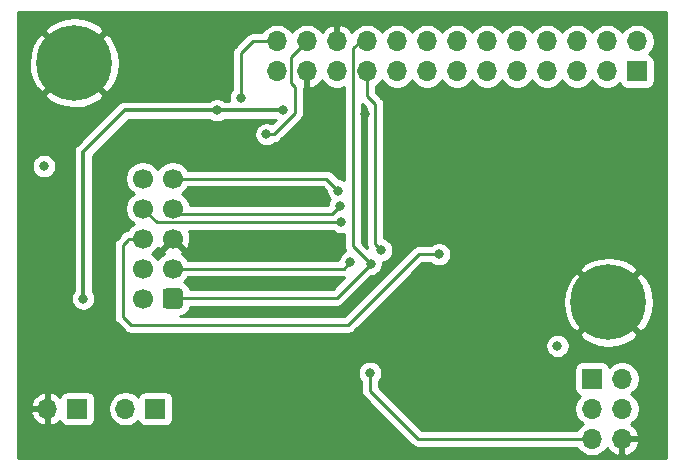
<source format=gbl>
G04 #@! TF.GenerationSoftware,KiCad,Pcbnew,(5.1.10-1-10_14)*
G04 #@! TF.CreationDate,2021-11-11T19:55:44+01:00*
G04 #@! TF.ProjectId,Demo Project 01,44656d6f-2050-4726-9f6a-656374203031,mk0*
G04 #@! TF.SameCoordinates,Original*
G04 #@! TF.FileFunction,Copper,L2,Bot*
G04 #@! TF.FilePolarity,Positive*
%FSLAX46Y46*%
G04 Gerber Fmt 4.6, Leading zero omitted, Abs format (unit mm)*
G04 Created by KiCad (PCBNEW (5.1.10-1-10_14)) date 2021-11-11 19:55:44*
%MOMM*%
%LPD*%
G01*
G04 APERTURE LIST*
G04 #@! TA.AperFunction,ComponentPad*
%ADD10O,1.700000X1.700000*%
G04 #@! TD*
G04 #@! TA.AperFunction,ComponentPad*
%ADD11R,1.700000X1.700000*%
G04 #@! TD*
G04 #@! TA.AperFunction,ComponentPad*
%ADD12C,1.700000*%
G04 #@! TD*
G04 #@! TA.AperFunction,ComponentPad*
%ADD13C,6.400000*%
G04 #@! TD*
G04 #@! TA.AperFunction,ComponentPad*
%ADD14C,0.800000*%
G04 #@! TD*
G04 #@! TA.AperFunction,ViaPad*
%ADD15C,0.800000*%
G04 #@! TD*
G04 #@! TA.AperFunction,Conductor*
%ADD16C,0.350000*%
G04 #@! TD*
G04 #@! TA.AperFunction,Conductor*
%ADD17C,0.250000*%
G04 #@! TD*
G04 #@! TA.AperFunction,Conductor*
%ADD18C,0.254000*%
G04 #@! TD*
G04 #@! TA.AperFunction,Conductor*
%ADD19C,0.100000*%
G04 #@! TD*
G04 APERTURE END LIST*
D10*
X76327000Y-141351000D03*
D11*
X78867000Y-141351000D03*
G04 #@! TA.AperFunction,ComponentPad*
G36*
G01*
X87781500Y-131416500D02*
X87781500Y-132616500D01*
G75*
G02*
X87531500Y-132866500I-250000J0D01*
G01*
X86331500Y-132866500D01*
G75*
G02*
X86081500Y-132616500I0J250000D01*
G01*
X86081500Y-131416500D01*
G75*
G02*
X86331500Y-131166500I250000J0D01*
G01*
X87531500Y-131166500D01*
G75*
G02*
X87781500Y-131416500I0J-250000D01*
G01*
G37*
G04 #@! TD.AperFunction*
D12*
X86931500Y-129476500D03*
X86931500Y-126936500D03*
X86931500Y-124396500D03*
X86931500Y-121856500D03*
X84391500Y-132016500D03*
X84391500Y-129476500D03*
X84391500Y-126936500D03*
X84391500Y-124396500D03*
X84391500Y-121856500D03*
D11*
X122428000Y-138811000D03*
D10*
X124968000Y-138811000D03*
X122428000Y-141351000D03*
X124968000Y-141351000D03*
X122428000Y-143891000D03*
X124968000Y-143891000D03*
X82931000Y-141351000D03*
D11*
X85471000Y-141351000D03*
X126238000Y-112776000D03*
D10*
X126238000Y-110236000D03*
X123698000Y-112776000D03*
X123698000Y-110236000D03*
X121158000Y-112776000D03*
X121158000Y-110236000D03*
X118618000Y-112776000D03*
X118618000Y-110236000D03*
X116078000Y-112776000D03*
X116078000Y-110236000D03*
X113538000Y-112776000D03*
X113538000Y-110236000D03*
X110998000Y-112776000D03*
X110998000Y-110236000D03*
X108458000Y-112776000D03*
X108458000Y-110236000D03*
X105918000Y-112776000D03*
X105918000Y-110236000D03*
X103378000Y-112776000D03*
X103378000Y-110236000D03*
X100838000Y-112776000D03*
X100838000Y-110236000D03*
X98298000Y-112776000D03*
X98298000Y-110236000D03*
X95758000Y-112776000D03*
X95758000Y-110236000D03*
D13*
X78587600Y-112064800D03*
D14*
X80987600Y-112064800D03*
X80284656Y-113761856D03*
X78587600Y-114464800D03*
X76890544Y-113761856D03*
X76187600Y-112064800D03*
X76890544Y-110367744D03*
X78587600Y-109664800D03*
X80284656Y-110367744D03*
X125522056Y-130636944D03*
X123825000Y-129934000D03*
X122127944Y-130636944D03*
X121425000Y-132334000D03*
X122127944Y-134031056D03*
X123825000Y-134734000D03*
X125522056Y-134031056D03*
X126225000Y-132334000D03*
D13*
X123825000Y-132334000D03*
D15*
X119507000Y-136017000D03*
X76022200Y-120802400D03*
X92583000Y-108839000D03*
X109829600Y-131521200D03*
X92760800Y-133146800D03*
X106553000Y-134620000D03*
X116179600Y-122072400D03*
X127101600Y-129133600D03*
X114096800Y-115366800D03*
X105816400Y-120853200D03*
X85471000Y-108839000D03*
X74930000Y-108864400D03*
X75641200Y-128930400D03*
X77343000Y-135737600D03*
X84429600Y-138049000D03*
X74295000Y-144780000D03*
X99466400Y-142697200D03*
X105765600Y-139801600D03*
X99568000Y-144907000D03*
X110947200Y-140208000D03*
X113487200Y-145034000D03*
X119329200Y-132130800D03*
X97180400Y-127254000D03*
X91389200Y-128117600D03*
X89281000Y-126619000D03*
X91313000Y-130937000D03*
X82600800Y-125628400D03*
X80391000Y-138480800D03*
X81026000Y-120904000D03*
X84074000Y-110617000D03*
X116586000Y-127254000D03*
X117398800Y-117754400D03*
X112014000Y-127711200D03*
X100685600Y-117094000D03*
X99314000Y-130810000D03*
X91821000Y-119126000D03*
X103174800Y-116433600D03*
X113842800Y-123088400D03*
X90297000Y-133096000D03*
X89712800Y-137795000D03*
X100838000Y-128129001D03*
X98425000Y-123317000D03*
X88773000Y-123063000D03*
X91313000Y-123571000D03*
X86741000Y-144399000D03*
X95631000Y-137922000D03*
X112014000Y-134112000D03*
X84328000Y-135382000D03*
X89662000Y-135382000D03*
X100863400Y-135382000D03*
X118872000Y-140208000D03*
X127762000Y-136906000D03*
X127635000Y-142748000D03*
X79349600Y-132029200D03*
X96300194Y-116078000D03*
X90678000Y-116078000D03*
X103632000Y-138303000D03*
X104584500Y-127914400D03*
X101981000Y-128905000D03*
X103682800Y-129082800D03*
X94869000Y-118110000D03*
X92710000Y-115062000D03*
X109474000Y-128270000D03*
X101092000Y-124206000D03*
X100965000Y-122887002D03*
X101193600Y-125526800D03*
D16*
X79349600Y-119583200D02*
X79349600Y-132029200D01*
X82854800Y-116078000D02*
X79349600Y-119583200D01*
X90678000Y-116078000D02*
X82854800Y-116078000D01*
X96300194Y-116078000D02*
X90678000Y-116078000D01*
D17*
X103632000Y-139827000D02*
X107696000Y-143891000D01*
X103632000Y-138303000D02*
X103632000Y-139827000D01*
X120904000Y-143891000D02*
X122428000Y-143891000D01*
X107696000Y-143891000D02*
X120904000Y-143891000D01*
X104584500Y-127914400D02*
X104089200Y-127419100D01*
X104089200Y-116941600D02*
X104089200Y-115570000D01*
X104089200Y-127419100D02*
X104089200Y-116941600D01*
X103378000Y-114858800D02*
X103378000Y-112776000D01*
X104089200Y-115570000D02*
X103378000Y-114858800D01*
X86931500Y-129476500D02*
X100901500Y-129476500D01*
X101409500Y-129476500D02*
X101981000Y-128905000D01*
X100901500Y-129476500D02*
X101409500Y-129476500D01*
X103378000Y-128778000D02*
X103682800Y-129082800D01*
X103191599Y-109849491D02*
X103378000Y-109849491D01*
X102202999Y-110838091D02*
X103191599Y-109849491D01*
X102202999Y-127602999D02*
X102202999Y-110838091D01*
X103682800Y-129082800D02*
X102202999Y-127602999D01*
X103682800Y-129082800D02*
X100812600Y-131953000D01*
X86995000Y-131953000D02*
X86931500Y-132016500D01*
X100812600Y-131953000D02*
X86995000Y-131953000D01*
X96932001Y-111601999D02*
X98298000Y-110236000D01*
X95489196Y-118110000D02*
X97282000Y-116317196D01*
X94869000Y-118110000D02*
X95489196Y-118110000D01*
X97282000Y-114110998D02*
X96932001Y-113760999D01*
X97282000Y-116317196D02*
X97282000Y-114110998D01*
X96932001Y-113760999D02*
X96932001Y-111601999D01*
X92710000Y-115062000D02*
X92710000Y-111252000D01*
X93726000Y-110236000D02*
X95758000Y-110236000D01*
X92710000Y-111252000D02*
X93726000Y-110236000D01*
X109474000Y-128270000D02*
X107746800Y-128270000D01*
X107746800Y-128270000D02*
X101752400Y-134264400D01*
X101752400Y-134264400D02*
X83413600Y-134264400D01*
X83413600Y-134264400D02*
X82702400Y-133553200D01*
X82702400Y-133553200D02*
X82702400Y-127508000D01*
X82702400Y-127508000D02*
X83159600Y-127050800D01*
X83189419Y-126936500D02*
X84391500Y-126936500D01*
X83159600Y-126966319D02*
X83189419Y-126936500D01*
X83159600Y-127050800D02*
X83159600Y-126966319D01*
X86931500Y-124396500D02*
X87058500Y-124396500D01*
X87058500Y-124396500D02*
X87503000Y-124841000D01*
X100457000Y-124841000D02*
X101092000Y-124206000D01*
X87503000Y-124841000D02*
X100457000Y-124841000D01*
X86931500Y-121856500D02*
X99934498Y-121856500D01*
X99934498Y-121856500D02*
X100965000Y-122887002D01*
X101148899Y-125571501D02*
X101193600Y-125526800D01*
X85566501Y-125571501D02*
X101148899Y-125571501D01*
X84391500Y-124396500D02*
X85566501Y-125571501D01*
D18*
X128689501Y-145542400D02*
X73812000Y-145542400D01*
X73812000Y-141707891D01*
X74885519Y-141707891D01*
X74982843Y-141982252D01*
X75131822Y-142232355D01*
X75326731Y-142448588D01*
X75560080Y-142622641D01*
X75822901Y-142747825D01*
X75970110Y-142792476D01*
X76200000Y-142671155D01*
X76200000Y-141478000D01*
X75006186Y-141478000D01*
X74885519Y-141707891D01*
X73812000Y-141707891D01*
X73812000Y-140994109D01*
X74885519Y-140994109D01*
X75006186Y-141224000D01*
X76200000Y-141224000D01*
X76200000Y-140030845D01*
X76454000Y-140030845D01*
X76454000Y-141224000D01*
X76474000Y-141224000D01*
X76474000Y-141478000D01*
X76454000Y-141478000D01*
X76454000Y-142671155D01*
X76683890Y-142792476D01*
X76831099Y-142747825D01*
X77093920Y-142622641D01*
X77327269Y-142448588D01*
X77403034Y-142364534D01*
X77427498Y-142445180D01*
X77486463Y-142555494D01*
X77565815Y-142652185D01*
X77662506Y-142731537D01*
X77772820Y-142790502D01*
X77892518Y-142826812D01*
X78017000Y-142839072D01*
X79717000Y-142839072D01*
X79841482Y-142826812D01*
X79961180Y-142790502D01*
X80071494Y-142731537D01*
X80168185Y-142652185D01*
X80247537Y-142555494D01*
X80306502Y-142445180D01*
X80342812Y-142325482D01*
X80355072Y-142201000D01*
X80355072Y-141204740D01*
X81446000Y-141204740D01*
X81446000Y-141497260D01*
X81503068Y-141784158D01*
X81615010Y-142054411D01*
X81777525Y-142297632D01*
X81984368Y-142504475D01*
X82227589Y-142666990D01*
X82497842Y-142778932D01*
X82784740Y-142836000D01*
X83077260Y-142836000D01*
X83364158Y-142778932D01*
X83634411Y-142666990D01*
X83877632Y-142504475D01*
X84009487Y-142372620D01*
X84031498Y-142445180D01*
X84090463Y-142555494D01*
X84169815Y-142652185D01*
X84266506Y-142731537D01*
X84376820Y-142790502D01*
X84496518Y-142826812D01*
X84621000Y-142839072D01*
X86321000Y-142839072D01*
X86445482Y-142826812D01*
X86565180Y-142790502D01*
X86675494Y-142731537D01*
X86772185Y-142652185D01*
X86851537Y-142555494D01*
X86910502Y-142445180D01*
X86946812Y-142325482D01*
X86959072Y-142201000D01*
X86959072Y-140501000D01*
X86946812Y-140376518D01*
X86910502Y-140256820D01*
X86851537Y-140146506D01*
X86772185Y-140049815D01*
X86675494Y-139970463D01*
X86565180Y-139911498D01*
X86445482Y-139875188D01*
X86321000Y-139862928D01*
X84621000Y-139862928D01*
X84496518Y-139875188D01*
X84376820Y-139911498D01*
X84266506Y-139970463D01*
X84169815Y-140049815D01*
X84090463Y-140146506D01*
X84031498Y-140256820D01*
X84009487Y-140329380D01*
X83877632Y-140197525D01*
X83634411Y-140035010D01*
X83364158Y-139923068D01*
X83077260Y-139866000D01*
X82784740Y-139866000D01*
X82497842Y-139923068D01*
X82227589Y-140035010D01*
X81984368Y-140197525D01*
X81777525Y-140404368D01*
X81615010Y-140647589D01*
X81503068Y-140917842D01*
X81446000Y-141204740D01*
X80355072Y-141204740D01*
X80355072Y-140501000D01*
X80342812Y-140376518D01*
X80306502Y-140256820D01*
X80247537Y-140146506D01*
X80168185Y-140049815D01*
X80071494Y-139970463D01*
X79961180Y-139911498D01*
X79841482Y-139875188D01*
X79717000Y-139862928D01*
X78017000Y-139862928D01*
X77892518Y-139875188D01*
X77772820Y-139911498D01*
X77662506Y-139970463D01*
X77565815Y-140049815D01*
X77486463Y-140146506D01*
X77427498Y-140256820D01*
X77403034Y-140337466D01*
X77327269Y-140253412D01*
X77093920Y-140079359D01*
X76831099Y-139954175D01*
X76683890Y-139909524D01*
X76454000Y-140030845D01*
X76200000Y-140030845D01*
X75970110Y-139909524D01*
X75822901Y-139954175D01*
X75560080Y-140079359D01*
X75326731Y-140253412D01*
X75131822Y-140469645D01*
X74982843Y-140719748D01*
X74885519Y-140994109D01*
X73812000Y-140994109D01*
X73812000Y-138201061D01*
X102597000Y-138201061D01*
X102597000Y-138404939D01*
X102636774Y-138604898D01*
X102714795Y-138793256D01*
X102828063Y-138962774D01*
X102872000Y-139006711D01*
X102872001Y-139789668D01*
X102868324Y-139827000D01*
X102882998Y-139975985D01*
X102926454Y-140119246D01*
X102997026Y-140251276D01*
X103036252Y-140299072D01*
X103092000Y-140367001D01*
X103120998Y-140390799D01*
X107132201Y-144402003D01*
X107155999Y-144431001D01*
X107184997Y-144454799D01*
X107271723Y-144525974D01*
X107399759Y-144594411D01*
X107403753Y-144596546D01*
X107547014Y-144640003D01*
X107658667Y-144651000D01*
X107658677Y-144651000D01*
X107696000Y-144654676D01*
X107733323Y-144651000D01*
X121149822Y-144651000D01*
X121274525Y-144837632D01*
X121481368Y-145044475D01*
X121724589Y-145206990D01*
X121994842Y-145318932D01*
X122281740Y-145376000D01*
X122574260Y-145376000D01*
X122861158Y-145318932D01*
X123131411Y-145206990D01*
X123374632Y-145044475D01*
X123581475Y-144837632D01*
X123699100Y-144661594D01*
X123870412Y-144891269D01*
X124086645Y-145086178D01*
X124336748Y-145235157D01*
X124611109Y-145332481D01*
X124841000Y-145211814D01*
X124841000Y-144018000D01*
X125095000Y-144018000D01*
X125095000Y-145211814D01*
X125324891Y-145332481D01*
X125599252Y-145235157D01*
X125849355Y-145086178D01*
X126065588Y-144891269D01*
X126239641Y-144657920D01*
X126364825Y-144395099D01*
X126409476Y-144247890D01*
X126288155Y-144018000D01*
X125095000Y-144018000D01*
X124841000Y-144018000D01*
X124821000Y-144018000D01*
X124821000Y-143764000D01*
X124841000Y-143764000D01*
X124841000Y-143744000D01*
X125095000Y-143744000D01*
X125095000Y-143764000D01*
X126288155Y-143764000D01*
X126409476Y-143534110D01*
X126364825Y-143386901D01*
X126239641Y-143124080D01*
X126065588Y-142890731D01*
X125849355Y-142695822D01*
X125732466Y-142626195D01*
X125914632Y-142504475D01*
X126121475Y-142297632D01*
X126283990Y-142054411D01*
X126395932Y-141784158D01*
X126453000Y-141497260D01*
X126453000Y-141204740D01*
X126395932Y-140917842D01*
X126283990Y-140647589D01*
X126121475Y-140404368D01*
X125914632Y-140197525D01*
X125740240Y-140081000D01*
X125914632Y-139964475D01*
X126121475Y-139757632D01*
X126283990Y-139514411D01*
X126395932Y-139244158D01*
X126453000Y-138957260D01*
X126453000Y-138664740D01*
X126395932Y-138377842D01*
X126283990Y-138107589D01*
X126121475Y-137864368D01*
X125914632Y-137657525D01*
X125671411Y-137495010D01*
X125401158Y-137383068D01*
X125114260Y-137326000D01*
X124821740Y-137326000D01*
X124534842Y-137383068D01*
X124264589Y-137495010D01*
X124021368Y-137657525D01*
X123889513Y-137789380D01*
X123867502Y-137716820D01*
X123808537Y-137606506D01*
X123729185Y-137509815D01*
X123632494Y-137430463D01*
X123522180Y-137371498D01*
X123402482Y-137335188D01*
X123278000Y-137322928D01*
X121578000Y-137322928D01*
X121453518Y-137335188D01*
X121333820Y-137371498D01*
X121223506Y-137430463D01*
X121126815Y-137509815D01*
X121047463Y-137606506D01*
X120988498Y-137716820D01*
X120952188Y-137836518D01*
X120939928Y-137961000D01*
X120939928Y-139661000D01*
X120952188Y-139785482D01*
X120988498Y-139905180D01*
X121047463Y-140015494D01*
X121126815Y-140112185D01*
X121223506Y-140191537D01*
X121333820Y-140250502D01*
X121406380Y-140272513D01*
X121274525Y-140404368D01*
X121112010Y-140647589D01*
X121000068Y-140917842D01*
X120943000Y-141204740D01*
X120943000Y-141497260D01*
X121000068Y-141784158D01*
X121112010Y-142054411D01*
X121274525Y-142297632D01*
X121481368Y-142504475D01*
X121655760Y-142621000D01*
X121481368Y-142737525D01*
X121274525Y-142944368D01*
X121149822Y-143131000D01*
X108010802Y-143131000D01*
X104392000Y-139512199D01*
X104392000Y-139006711D01*
X104435937Y-138962774D01*
X104549205Y-138793256D01*
X104627226Y-138604898D01*
X104667000Y-138404939D01*
X104667000Y-138201061D01*
X104627226Y-138001102D01*
X104549205Y-137812744D01*
X104435937Y-137643226D01*
X104291774Y-137499063D01*
X104122256Y-137385795D01*
X103933898Y-137307774D01*
X103733939Y-137268000D01*
X103530061Y-137268000D01*
X103330102Y-137307774D01*
X103141744Y-137385795D01*
X102972226Y-137499063D01*
X102828063Y-137643226D01*
X102714795Y-137812744D01*
X102636774Y-138001102D01*
X102597000Y-138201061D01*
X73812000Y-138201061D01*
X73812000Y-135915061D01*
X118472000Y-135915061D01*
X118472000Y-136118939D01*
X118511774Y-136318898D01*
X118589795Y-136507256D01*
X118703063Y-136676774D01*
X118847226Y-136820937D01*
X119016744Y-136934205D01*
X119205102Y-137012226D01*
X119405061Y-137052000D01*
X119608939Y-137052000D01*
X119808898Y-137012226D01*
X119997256Y-136934205D01*
X120166774Y-136820937D01*
X120310937Y-136676774D01*
X120424205Y-136507256D01*
X120502226Y-136318898D01*
X120542000Y-136118939D01*
X120542000Y-135915061D01*
X120502226Y-135715102D01*
X120424205Y-135526744D01*
X120310937Y-135357226D01*
X120166774Y-135213063D01*
X119997256Y-135099795D01*
X119840541Y-135034881D01*
X121303724Y-135034881D01*
X121663912Y-135524548D01*
X122327882Y-135884849D01*
X123049385Y-136108694D01*
X123800695Y-136187480D01*
X124552938Y-136118178D01*
X125277208Y-135903452D01*
X125945670Y-135551555D01*
X125986088Y-135524548D01*
X126346276Y-135034881D01*
X123825000Y-132513605D01*
X121303724Y-135034881D01*
X119840541Y-135034881D01*
X119808898Y-135021774D01*
X119608939Y-134982000D01*
X119405061Y-134982000D01*
X119205102Y-135021774D01*
X119016744Y-135099795D01*
X118847226Y-135213063D01*
X118703063Y-135357226D01*
X118589795Y-135526744D01*
X118511774Y-135715102D01*
X118472000Y-135915061D01*
X73812000Y-135915061D01*
X73812000Y-131927261D01*
X78314600Y-131927261D01*
X78314600Y-132131139D01*
X78354374Y-132331098D01*
X78432395Y-132519456D01*
X78545663Y-132688974D01*
X78689826Y-132833137D01*
X78859344Y-132946405D01*
X79047702Y-133024426D01*
X79247661Y-133064200D01*
X79451539Y-133064200D01*
X79651498Y-133024426D01*
X79839856Y-132946405D01*
X80009374Y-132833137D01*
X80153537Y-132688974D01*
X80266805Y-132519456D01*
X80344826Y-132331098D01*
X80384600Y-132131139D01*
X80384600Y-131927261D01*
X80344826Y-131727302D01*
X80266805Y-131538944D01*
X80159600Y-131378500D01*
X80159600Y-119918712D01*
X83190313Y-116888000D01*
X90027300Y-116888000D01*
X90187744Y-116995205D01*
X90376102Y-117073226D01*
X90576061Y-117113000D01*
X90779939Y-117113000D01*
X90979898Y-117073226D01*
X91168256Y-116995205D01*
X91328700Y-116888000D01*
X95636395Y-116888000D01*
X95339700Y-117184695D01*
X95170898Y-117114774D01*
X94970939Y-117075000D01*
X94767061Y-117075000D01*
X94567102Y-117114774D01*
X94378744Y-117192795D01*
X94209226Y-117306063D01*
X94065063Y-117450226D01*
X93951795Y-117619744D01*
X93873774Y-117808102D01*
X93834000Y-118008061D01*
X93834000Y-118211939D01*
X93873774Y-118411898D01*
X93951795Y-118600256D01*
X94065063Y-118769774D01*
X94209226Y-118913937D01*
X94378744Y-119027205D01*
X94567102Y-119105226D01*
X94767061Y-119145000D01*
X94970939Y-119145000D01*
X95170898Y-119105226D01*
X95359256Y-119027205D01*
X95528774Y-118913937D01*
X95577757Y-118864954D01*
X95638182Y-118859003D01*
X95781443Y-118815546D01*
X95913472Y-118744974D01*
X96029197Y-118650001D01*
X96053000Y-118620997D01*
X97793004Y-116880994D01*
X97822001Y-116857197D01*
X97916974Y-116741472D01*
X97987546Y-116609443D01*
X98031003Y-116466182D01*
X98042000Y-116354529D01*
X98042000Y-116354521D01*
X98045676Y-116317196D01*
X98042000Y-116279871D01*
X98042000Y-114164233D01*
X98171000Y-114096155D01*
X98171000Y-112903000D01*
X98151000Y-112903000D01*
X98151000Y-112649000D01*
X98171000Y-112649000D01*
X98171000Y-112629000D01*
X98425000Y-112629000D01*
X98425000Y-112649000D01*
X98445000Y-112649000D01*
X98445000Y-112903000D01*
X98425000Y-112903000D01*
X98425000Y-114096155D01*
X98654890Y-114217476D01*
X98802099Y-114172825D01*
X99064920Y-114047641D01*
X99298269Y-113873588D01*
X99493178Y-113657355D01*
X99562805Y-113540466D01*
X99684525Y-113722632D01*
X99891368Y-113929475D01*
X100134589Y-114091990D01*
X100404842Y-114203932D01*
X100691740Y-114261000D01*
X100984260Y-114261000D01*
X101271158Y-114203932D01*
X101443000Y-114132753D01*
X101442999Y-121964720D01*
X101266898Y-121891776D01*
X101066939Y-121852002D01*
X101004802Y-121852002D01*
X100498302Y-121345502D01*
X100474499Y-121316499D01*
X100358774Y-121221526D01*
X100226745Y-121150954D01*
X100083484Y-121107497D01*
X99971831Y-121096500D01*
X99971820Y-121096500D01*
X99934498Y-121092824D01*
X99897176Y-121096500D01*
X88209678Y-121096500D01*
X88084975Y-120909868D01*
X87878132Y-120703025D01*
X87634911Y-120540510D01*
X87364658Y-120428568D01*
X87077760Y-120371500D01*
X86785240Y-120371500D01*
X86498342Y-120428568D01*
X86228089Y-120540510D01*
X85984868Y-120703025D01*
X85778025Y-120909868D01*
X85661500Y-121084260D01*
X85544975Y-120909868D01*
X85338132Y-120703025D01*
X85094911Y-120540510D01*
X84824658Y-120428568D01*
X84537760Y-120371500D01*
X84245240Y-120371500D01*
X83958342Y-120428568D01*
X83688089Y-120540510D01*
X83444868Y-120703025D01*
X83238025Y-120909868D01*
X83075510Y-121153089D01*
X82963568Y-121423342D01*
X82906500Y-121710240D01*
X82906500Y-122002760D01*
X82963568Y-122289658D01*
X83075510Y-122559911D01*
X83238025Y-122803132D01*
X83444868Y-123009975D01*
X83619260Y-123126500D01*
X83444868Y-123243025D01*
X83238025Y-123449868D01*
X83075510Y-123693089D01*
X82963568Y-123963342D01*
X82906500Y-124250240D01*
X82906500Y-124542760D01*
X82963568Y-124829658D01*
X83075510Y-125099911D01*
X83238025Y-125343132D01*
X83444868Y-125549975D01*
X83619260Y-125666500D01*
X83444868Y-125783025D01*
X83238025Y-125989868D01*
X83110591Y-126180587D01*
X83040433Y-126187497D01*
X82897172Y-126230954D01*
X82765143Y-126301526D01*
X82649418Y-126396499D01*
X82635977Y-126412877D01*
X82619599Y-126426318D01*
X82524626Y-126542043D01*
X82454054Y-126674072D01*
X82450800Y-126684798D01*
X82191398Y-126944201D01*
X82162400Y-126967999D01*
X82138602Y-126996997D01*
X82138601Y-126996998D01*
X82067426Y-127083724D01*
X81996854Y-127215754D01*
X81978951Y-127274774D01*
X81953398Y-127359014D01*
X81942401Y-127470667D01*
X81938724Y-127508000D01*
X81942401Y-127545332D01*
X81942400Y-133515877D01*
X81938724Y-133553200D01*
X81942400Y-133590522D01*
X81942400Y-133590532D01*
X81953397Y-133702185D01*
X81990429Y-133824264D01*
X81996854Y-133845446D01*
X82067426Y-133977476D01*
X82107271Y-134026026D01*
X82162399Y-134093201D01*
X82191402Y-134117003D01*
X82849801Y-134775402D01*
X82873599Y-134804401D01*
X82989324Y-134899374D01*
X83121353Y-134969946D01*
X83264614Y-135013403D01*
X83376267Y-135024400D01*
X83376275Y-135024400D01*
X83413600Y-135028076D01*
X83450925Y-135024400D01*
X101715078Y-135024400D01*
X101752400Y-135028076D01*
X101789722Y-135024400D01*
X101789733Y-135024400D01*
X101901386Y-135013403D01*
X102044647Y-134969946D01*
X102176676Y-134899374D01*
X102292401Y-134804401D01*
X102316204Y-134775397D01*
X104781906Y-132309695D01*
X119971520Y-132309695D01*
X120040822Y-133061938D01*
X120255548Y-133786208D01*
X120607445Y-134454670D01*
X120634452Y-134495088D01*
X121124119Y-134855276D01*
X123645395Y-132334000D01*
X124004605Y-132334000D01*
X126525881Y-134855276D01*
X127015548Y-134495088D01*
X127375849Y-133831118D01*
X127599694Y-133109615D01*
X127678480Y-132358305D01*
X127609178Y-131606062D01*
X127394452Y-130881792D01*
X127042555Y-130213330D01*
X127015548Y-130172912D01*
X126525881Y-129812724D01*
X124004605Y-132334000D01*
X123645395Y-132334000D01*
X121124119Y-129812724D01*
X120634452Y-130172912D01*
X120274151Y-130836882D01*
X120050306Y-131558385D01*
X119971520Y-132309695D01*
X104781906Y-132309695D01*
X107458482Y-129633119D01*
X121303724Y-129633119D01*
X123825000Y-132154395D01*
X126346276Y-129633119D01*
X125986088Y-129143452D01*
X125322118Y-128783151D01*
X124600615Y-128559306D01*
X123849305Y-128480520D01*
X123097062Y-128549822D01*
X122372792Y-128764548D01*
X121704330Y-129116445D01*
X121663912Y-129143452D01*
X121303724Y-129633119D01*
X107458482Y-129633119D01*
X108061602Y-129030000D01*
X108770289Y-129030000D01*
X108814226Y-129073937D01*
X108983744Y-129187205D01*
X109172102Y-129265226D01*
X109372061Y-129305000D01*
X109575939Y-129305000D01*
X109775898Y-129265226D01*
X109964256Y-129187205D01*
X110133774Y-129073937D01*
X110277937Y-128929774D01*
X110391205Y-128760256D01*
X110469226Y-128571898D01*
X110509000Y-128371939D01*
X110509000Y-128168061D01*
X110469226Y-127968102D01*
X110391205Y-127779744D01*
X110277937Y-127610226D01*
X110133774Y-127466063D01*
X109964256Y-127352795D01*
X109775898Y-127274774D01*
X109575939Y-127235000D01*
X109372061Y-127235000D01*
X109172102Y-127274774D01*
X108983744Y-127352795D01*
X108814226Y-127466063D01*
X108770289Y-127510000D01*
X107784125Y-127510000D01*
X107746800Y-127506324D01*
X107709475Y-127510000D01*
X107709467Y-127510000D01*
X107597814Y-127520997D01*
X107454553Y-127564454D01*
X107322524Y-127635026D01*
X107206799Y-127729999D01*
X107183001Y-127758997D01*
X101437599Y-133504400D01*
X87533246Y-133504400D01*
X87704754Y-133487508D01*
X87871350Y-133436972D01*
X88024886Y-133354905D01*
X88159462Y-133244462D01*
X88269905Y-133109886D01*
X88351972Y-132956350D01*
X88402508Y-132789754D01*
X88410068Y-132713000D01*
X100775278Y-132713000D01*
X100812600Y-132716676D01*
X100849922Y-132713000D01*
X100849933Y-132713000D01*
X100961586Y-132702003D01*
X101104847Y-132658546D01*
X101236876Y-132587974D01*
X101352601Y-132493001D01*
X101376404Y-132463997D01*
X103722602Y-130117800D01*
X103784739Y-130117800D01*
X103984698Y-130078026D01*
X104173056Y-130000005D01*
X104342574Y-129886737D01*
X104486737Y-129742574D01*
X104600005Y-129573056D01*
X104678026Y-129384698D01*
X104717800Y-129184739D01*
X104717800Y-128980861D01*
X104710587Y-128944597D01*
X104886398Y-128909626D01*
X105074756Y-128831605D01*
X105244274Y-128718337D01*
X105388437Y-128574174D01*
X105501705Y-128404656D01*
X105579726Y-128216298D01*
X105619500Y-128016339D01*
X105619500Y-127812461D01*
X105579726Y-127612502D01*
X105501705Y-127424144D01*
X105388437Y-127254626D01*
X105244274Y-127110463D01*
X105074756Y-126997195D01*
X104886398Y-126919174D01*
X104849200Y-126911775D01*
X104849200Y-115607325D01*
X104852876Y-115570000D01*
X104849200Y-115532675D01*
X104849200Y-115532667D01*
X104838203Y-115421014D01*
X104794746Y-115277753D01*
X104724174Y-115145724D01*
X104629201Y-115029999D01*
X104600202Y-115006201D01*
X104138000Y-114543999D01*
X104138000Y-114054178D01*
X104324632Y-113929475D01*
X104531475Y-113722632D01*
X104648000Y-113548240D01*
X104764525Y-113722632D01*
X104971368Y-113929475D01*
X105214589Y-114091990D01*
X105484842Y-114203932D01*
X105771740Y-114261000D01*
X106064260Y-114261000D01*
X106351158Y-114203932D01*
X106621411Y-114091990D01*
X106864632Y-113929475D01*
X107071475Y-113722632D01*
X107188000Y-113548240D01*
X107304525Y-113722632D01*
X107511368Y-113929475D01*
X107754589Y-114091990D01*
X108024842Y-114203932D01*
X108311740Y-114261000D01*
X108604260Y-114261000D01*
X108891158Y-114203932D01*
X109161411Y-114091990D01*
X109404632Y-113929475D01*
X109611475Y-113722632D01*
X109728000Y-113548240D01*
X109844525Y-113722632D01*
X110051368Y-113929475D01*
X110294589Y-114091990D01*
X110564842Y-114203932D01*
X110851740Y-114261000D01*
X111144260Y-114261000D01*
X111431158Y-114203932D01*
X111701411Y-114091990D01*
X111944632Y-113929475D01*
X112151475Y-113722632D01*
X112268000Y-113548240D01*
X112384525Y-113722632D01*
X112591368Y-113929475D01*
X112834589Y-114091990D01*
X113104842Y-114203932D01*
X113391740Y-114261000D01*
X113684260Y-114261000D01*
X113971158Y-114203932D01*
X114241411Y-114091990D01*
X114484632Y-113929475D01*
X114691475Y-113722632D01*
X114808000Y-113548240D01*
X114924525Y-113722632D01*
X115131368Y-113929475D01*
X115374589Y-114091990D01*
X115644842Y-114203932D01*
X115931740Y-114261000D01*
X116224260Y-114261000D01*
X116511158Y-114203932D01*
X116781411Y-114091990D01*
X117024632Y-113929475D01*
X117231475Y-113722632D01*
X117348000Y-113548240D01*
X117464525Y-113722632D01*
X117671368Y-113929475D01*
X117914589Y-114091990D01*
X118184842Y-114203932D01*
X118471740Y-114261000D01*
X118764260Y-114261000D01*
X119051158Y-114203932D01*
X119321411Y-114091990D01*
X119564632Y-113929475D01*
X119771475Y-113722632D01*
X119888000Y-113548240D01*
X120004525Y-113722632D01*
X120211368Y-113929475D01*
X120454589Y-114091990D01*
X120724842Y-114203932D01*
X121011740Y-114261000D01*
X121304260Y-114261000D01*
X121591158Y-114203932D01*
X121861411Y-114091990D01*
X122104632Y-113929475D01*
X122311475Y-113722632D01*
X122428000Y-113548240D01*
X122544525Y-113722632D01*
X122751368Y-113929475D01*
X122994589Y-114091990D01*
X123264842Y-114203932D01*
X123551740Y-114261000D01*
X123844260Y-114261000D01*
X124131158Y-114203932D01*
X124401411Y-114091990D01*
X124644632Y-113929475D01*
X124776487Y-113797620D01*
X124798498Y-113870180D01*
X124857463Y-113980494D01*
X124936815Y-114077185D01*
X125033506Y-114156537D01*
X125143820Y-114215502D01*
X125263518Y-114251812D01*
X125388000Y-114264072D01*
X127088000Y-114264072D01*
X127212482Y-114251812D01*
X127332180Y-114215502D01*
X127442494Y-114156537D01*
X127539185Y-114077185D01*
X127618537Y-113980494D01*
X127677502Y-113870180D01*
X127713812Y-113750482D01*
X127726072Y-113626000D01*
X127726072Y-111926000D01*
X127713812Y-111801518D01*
X127677502Y-111681820D01*
X127618537Y-111571506D01*
X127539185Y-111474815D01*
X127442494Y-111395463D01*
X127332180Y-111336498D01*
X127259620Y-111314487D01*
X127391475Y-111182632D01*
X127553990Y-110939411D01*
X127665932Y-110669158D01*
X127723000Y-110382260D01*
X127723000Y-110089740D01*
X127665932Y-109802842D01*
X127553990Y-109532589D01*
X127391475Y-109289368D01*
X127184632Y-109082525D01*
X126941411Y-108920010D01*
X126671158Y-108808068D01*
X126384260Y-108751000D01*
X126091740Y-108751000D01*
X125804842Y-108808068D01*
X125534589Y-108920010D01*
X125291368Y-109082525D01*
X125084525Y-109289368D01*
X124968000Y-109463760D01*
X124851475Y-109289368D01*
X124644632Y-109082525D01*
X124401411Y-108920010D01*
X124131158Y-108808068D01*
X123844260Y-108751000D01*
X123551740Y-108751000D01*
X123264842Y-108808068D01*
X122994589Y-108920010D01*
X122751368Y-109082525D01*
X122544525Y-109289368D01*
X122428000Y-109463760D01*
X122311475Y-109289368D01*
X122104632Y-109082525D01*
X121861411Y-108920010D01*
X121591158Y-108808068D01*
X121304260Y-108751000D01*
X121011740Y-108751000D01*
X120724842Y-108808068D01*
X120454589Y-108920010D01*
X120211368Y-109082525D01*
X120004525Y-109289368D01*
X119888000Y-109463760D01*
X119771475Y-109289368D01*
X119564632Y-109082525D01*
X119321411Y-108920010D01*
X119051158Y-108808068D01*
X118764260Y-108751000D01*
X118471740Y-108751000D01*
X118184842Y-108808068D01*
X117914589Y-108920010D01*
X117671368Y-109082525D01*
X117464525Y-109289368D01*
X117348000Y-109463760D01*
X117231475Y-109289368D01*
X117024632Y-109082525D01*
X116781411Y-108920010D01*
X116511158Y-108808068D01*
X116224260Y-108751000D01*
X115931740Y-108751000D01*
X115644842Y-108808068D01*
X115374589Y-108920010D01*
X115131368Y-109082525D01*
X114924525Y-109289368D01*
X114808000Y-109463760D01*
X114691475Y-109289368D01*
X114484632Y-109082525D01*
X114241411Y-108920010D01*
X113971158Y-108808068D01*
X113684260Y-108751000D01*
X113391740Y-108751000D01*
X113104842Y-108808068D01*
X112834589Y-108920010D01*
X112591368Y-109082525D01*
X112384525Y-109289368D01*
X112268000Y-109463760D01*
X112151475Y-109289368D01*
X111944632Y-109082525D01*
X111701411Y-108920010D01*
X111431158Y-108808068D01*
X111144260Y-108751000D01*
X110851740Y-108751000D01*
X110564842Y-108808068D01*
X110294589Y-108920010D01*
X110051368Y-109082525D01*
X109844525Y-109289368D01*
X109728000Y-109463760D01*
X109611475Y-109289368D01*
X109404632Y-109082525D01*
X109161411Y-108920010D01*
X108891158Y-108808068D01*
X108604260Y-108751000D01*
X108311740Y-108751000D01*
X108024842Y-108808068D01*
X107754589Y-108920010D01*
X107511368Y-109082525D01*
X107304525Y-109289368D01*
X107188000Y-109463760D01*
X107071475Y-109289368D01*
X106864632Y-109082525D01*
X106621411Y-108920010D01*
X106351158Y-108808068D01*
X106064260Y-108751000D01*
X105771740Y-108751000D01*
X105484842Y-108808068D01*
X105214589Y-108920010D01*
X104971368Y-109082525D01*
X104764525Y-109289368D01*
X104648000Y-109463760D01*
X104531475Y-109289368D01*
X104324632Y-109082525D01*
X104081411Y-108920010D01*
X103811158Y-108808068D01*
X103524260Y-108751000D01*
X103231740Y-108751000D01*
X102944842Y-108808068D01*
X102674589Y-108920010D01*
X102431368Y-109082525D01*
X102224525Y-109289368D01*
X102102805Y-109471534D01*
X102033178Y-109354645D01*
X101838269Y-109138412D01*
X101604920Y-108964359D01*
X101342099Y-108839175D01*
X101194890Y-108794524D01*
X100965000Y-108915845D01*
X100965000Y-110109000D01*
X100985000Y-110109000D01*
X100985000Y-110363000D01*
X100965000Y-110363000D01*
X100965000Y-110383000D01*
X100711000Y-110383000D01*
X100711000Y-110363000D01*
X100691000Y-110363000D01*
X100691000Y-110109000D01*
X100711000Y-110109000D01*
X100711000Y-108915845D01*
X100481110Y-108794524D01*
X100333901Y-108839175D01*
X100071080Y-108964359D01*
X99837731Y-109138412D01*
X99642822Y-109354645D01*
X99573195Y-109471534D01*
X99451475Y-109289368D01*
X99244632Y-109082525D01*
X99001411Y-108920010D01*
X98731158Y-108808068D01*
X98444260Y-108751000D01*
X98151740Y-108751000D01*
X97864842Y-108808068D01*
X97594589Y-108920010D01*
X97351368Y-109082525D01*
X97144525Y-109289368D01*
X97028000Y-109463760D01*
X96911475Y-109289368D01*
X96704632Y-109082525D01*
X96461411Y-108920010D01*
X96191158Y-108808068D01*
X95904260Y-108751000D01*
X95611740Y-108751000D01*
X95324842Y-108808068D01*
X95054589Y-108920010D01*
X94811368Y-109082525D01*
X94604525Y-109289368D01*
X94479822Y-109476000D01*
X93763322Y-109476000D01*
X93726000Y-109472324D01*
X93688677Y-109476000D01*
X93688667Y-109476000D01*
X93577014Y-109486997D01*
X93433753Y-109530454D01*
X93301723Y-109601026D01*
X93228276Y-109661303D01*
X93185999Y-109695999D01*
X93162201Y-109724997D01*
X92198998Y-110688201D01*
X92170000Y-110711999D01*
X92146202Y-110740997D01*
X92146201Y-110740998D01*
X92075026Y-110827724D01*
X92004454Y-110959754D01*
X91974180Y-111059558D01*
X91960998Y-111103014D01*
X91953640Y-111177723D01*
X91946324Y-111252000D01*
X91950001Y-111289332D01*
X91950000Y-114358289D01*
X91906063Y-114402226D01*
X91792795Y-114571744D01*
X91714774Y-114760102D01*
X91675000Y-114960061D01*
X91675000Y-115163939D01*
X91695699Y-115268000D01*
X91328700Y-115268000D01*
X91168256Y-115160795D01*
X90979898Y-115082774D01*
X90779939Y-115043000D01*
X90576061Y-115043000D01*
X90376102Y-115082774D01*
X90187744Y-115160795D01*
X90027300Y-115268000D01*
X82894587Y-115268000D01*
X82854799Y-115264081D01*
X82815011Y-115268000D01*
X82815009Y-115268000D01*
X82696012Y-115279720D01*
X82543327Y-115326037D01*
X82490550Y-115354247D01*
X82402610Y-115401251D01*
X82347010Y-115446881D01*
X82279272Y-115502472D01*
X82253905Y-115533382D01*
X78804988Y-118982300D01*
X78774072Y-119007672D01*
X78704303Y-119092687D01*
X78672851Y-119131011D01*
X78665374Y-119145000D01*
X78597637Y-119271728D01*
X78551320Y-119424413D01*
X78539600Y-119543409D01*
X78535681Y-119583200D01*
X78539600Y-119622988D01*
X78539601Y-131378499D01*
X78432395Y-131538944D01*
X78354374Y-131727302D01*
X78314600Y-131927261D01*
X73812000Y-131927261D01*
X73812000Y-120700461D01*
X74987200Y-120700461D01*
X74987200Y-120904339D01*
X75026974Y-121104298D01*
X75104995Y-121292656D01*
X75218263Y-121462174D01*
X75362426Y-121606337D01*
X75531944Y-121719605D01*
X75720302Y-121797626D01*
X75920261Y-121837400D01*
X76124139Y-121837400D01*
X76324098Y-121797626D01*
X76512456Y-121719605D01*
X76681974Y-121606337D01*
X76826137Y-121462174D01*
X76939405Y-121292656D01*
X77017426Y-121104298D01*
X77057200Y-120904339D01*
X77057200Y-120700461D01*
X77017426Y-120500502D01*
X76939405Y-120312144D01*
X76826137Y-120142626D01*
X76681974Y-119998463D01*
X76512456Y-119885195D01*
X76324098Y-119807174D01*
X76124139Y-119767400D01*
X75920261Y-119767400D01*
X75720302Y-119807174D01*
X75531944Y-119885195D01*
X75362426Y-119998463D01*
X75218263Y-120142626D01*
X75104995Y-120312144D01*
X75026974Y-120500502D01*
X74987200Y-120700461D01*
X73812000Y-120700461D01*
X73812000Y-114765681D01*
X76066324Y-114765681D01*
X76426512Y-115255348D01*
X77090482Y-115615649D01*
X77811985Y-115839494D01*
X78563295Y-115918280D01*
X79315538Y-115848978D01*
X80039808Y-115634252D01*
X80708270Y-115282355D01*
X80748688Y-115255348D01*
X81108876Y-114765681D01*
X78587600Y-112244405D01*
X76066324Y-114765681D01*
X73812000Y-114765681D01*
X73812000Y-112040495D01*
X74734120Y-112040495D01*
X74803422Y-112792738D01*
X75018148Y-113517008D01*
X75370045Y-114185470D01*
X75397052Y-114225888D01*
X75886719Y-114586076D01*
X78407995Y-112064800D01*
X78767205Y-112064800D01*
X81288481Y-114586076D01*
X81778148Y-114225888D01*
X82138449Y-113561918D01*
X82362294Y-112840415D01*
X82441080Y-112089105D01*
X82371778Y-111336862D01*
X82157052Y-110612592D01*
X81805155Y-109944130D01*
X81778148Y-109903712D01*
X81288481Y-109543524D01*
X78767205Y-112064800D01*
X78407995Y-112064800D01*
X75886719Y-109543524D01*
X75397052Y-109903712D01*
X75036751Y-110567682D01*
X74812906Y-111289185D01*
X74734120Y-112040495D01*
X73812000Y-112040495D01*
X73812000Y-109363919D01*
X76066324Y-109363919D01*
X78587600Y-111885195D01*
X81108876Y-109363919D01*
X80748688Y-108874252D01*
X80084718Y-108513951D01*
X79363215Y-108290106D01*
X78611905Y-108211320D01*
X77859662Y-108280622D01*
X77135392Y-108495348D01*
X76466930Y-108847245D01*
X76426512Y-108874252D01*
X76066324Y-109363919D01*
X73812000Y-109363919D01*
X73812000Y-107784500D01*
X128689500Y-107784500D01*
X128689501Y-145542400D01*
G04 #@! TA.AperFunction,Conductor*
D19*
G36*
X128689501Y-145542400D02*
G01*
X73812000Y-145542400D01*
X73812000Y-141707891D01*
X74885519Y-141707891D01*
X74982843Y-141982252D01*
X75131822Y-142232355D01*
X75326731Y-142448588D01*
X75560080Y-142622641D01*
X75822901Y-142747825D01*
X75970110Y-142792476D01*
X76200000Y-142671155D01*
X76200000Y-141478000D01*
X75006186Y-141478000D01*
X74885519Y-141707891D01*
X73812000Y-141707891D01*
X73812000Y-140994109D01*
X74885519Y-140994109D01*
X75006186Y-141224000D01*
X76200000Y-141224000D01*
X76200000Y-140030845D01*
X76454000Y-140030845D01*
X76454000Y-141224000D01*
X76474000Y-141224000D01*
X76474000Y-141478000D01*
X76454000Y-141478000D01*
X76454000Y-142671155D01*
X76683890Y-142792476D01*
X76831099Y-142747825D01*
X77093920Y-142622641D01*
X77327269Y-142448588D01*
X77403034Y-142364534D01*
X77427498Y-142445180D01*
X77486463Y-142555494D01*
X77565815Y-142652185D01*
X77662506Y-142731537D01*
X77772820Y-142790502D01*
X77892518Y-142826812D01*
X78017000Y-142839072D01*
X79717000Y-142839072D01*
X79841482Y-142826812D01*
X79961180Y-142790502D01*
X80071494Y-142731537D01*
X80168185Y-142652185D01*
X80247537Y-142555494D01*
X80306502Y-142445180D01*
X80342812Y-142325482D01*
X80355072Y-142201000D01*
X80355072Y-141204740D01*
X81446000Y-141204740D01*
X81446000Y-141497260D01*
X81503068Y-141784158D01*
X81615010Y-142054411D01*
X81777525Y-142297632D01*
X81984368Y-142504475D01*
X82227589Y-142666990D01*
X82497842Y-142778932D01*
X82784740Y-142836000D01*
X83077260Y-142836000D01*
X83364158Y-142778932D01*
X83634411Y-142666990D01*
X83877632Y-142504475D01*
X84009487Y-142372620D01*
X84031498Y-142445180D01*
X84090463Y-142555494D01*
X84169815Y-142652185D01*
X84266506Y-142731537D01*
X84376820Y-142790502D01*
X84496518Y-142826812D01*
X84621000Y-142839072D01*
X86321000Y-142839072D01*
X86445482Y-142826812D01*
X86565180Y-142790502D01*
X86675494Y-142731537D01*
X86772185Y-142652185D01*
X86851537Y-142555494D01*
X86910502Y-142445180D01*
X86946812Y-142325482D01*
X86959072Y-142201000D01*
X86959072Y-140501000D01*
X86946812Y-140376518D01*
X86910502Y-140256820D01*
X86851537Y-140146506D01*
X86772185Y-140049815D01*
X86675494Y-139970463D01*
X86565180Y-139911498D01*
X86445482Y-139875188D01*
X86321000Y-139862928D01*
X84621000Y-139862928D01*
X84496518Y-139875188D01*
X84376820Y-139911498D01*
X84266506Y-139970463D01*
X84169815Y-140049815D01*
X84090463Y-140146506D01*
X84031498Y-140256820D01*
X84009487Y-140329380D01*
X83877632Y-140197525D01*
X83634411Y-140035010D01*
X83364158Y-139923068D01*
X83077260Y-139866000D01*
X82784740Y-139866000D01*
X82497842Y-139923068D01*
X82227589Y-140035010D01*
X81984368Y-140197525D01*
X81777525Y-140404368D01*
X81615010Y-140647589D01*
X81503068Y-140917842D01*
X81446000Y-141204740D01*
X80355072Y-141204740D01*
X80355072Y-140501000D01*
X80342812Y-140376518D01*
X80306502Y-140256820D01*
X80247537Y-140146506D01*
X80168185Y-140049815D01*
X80071494Y-139970463D01*
X79961180Y-139911498D01*
X79841482Y-139875188D01*
X79717000Y-139862928D01*
X78017000Y-139862928D01*
X77892518Y-139875188D01*
X77772820Y-139911498D01*
X77662506Y-139970463D01*
X77565815Y-140049815D01*
X77486463Y-140146506D01*
X77427498Y-140256820D01*
X77403034Y-140337466D01*
X77327269Y-140253412D01*
X77093920Y-140079359D01*
X76831099Y-139954175D01*
X76683890Y-139909524D01*
X76454000Y-140030845D01*
X76200000Y-140030845D01*
X75970110Y-139909524D01*
X75822901Y-139954175D01*
X75560080Y-140079359D01*
X75326731Y-140253412D01*
X75131822Y-140469645D01*
X74982843Y-140719748D01*
X74885519Y-140994109D01*
X73812000Y-140994109D01*
X73812000Y-138201061D01*
X102597000Y-138201061D01*
X102597000Y-138404939D01*
X102636774Y-138604898D01*
X102714795Y-138793256D01*
X102828063Y-138962774D01*
X102872000Y-139006711D01*
X102872001Y-139789668D01*
X102868324Y-139827000D01*
X102882998Y-139975985D01*
X102926454Y-140119246D01*
X102997026Y-140251276D01*
X103036252Y-140299072D01*
X103092000Y-140367001D01*
X103120998Y-140390799D01*
X107132201Y-144402003D01*
X107155999Y-144431001D01*
X107184997Y-144454799D01*
X107271723Y-144525974D01*
X107399759Y-144594411D01*
X107403753Y-144596546D01*
X107547014Y-144640003D01*
X107658667Y-144651000D01*
X107658677Y-144651000D01*
X107696000Y-144654676D01*
X107733323Y-144651000D01*
X121149822Y-144651000D01*
X121274525Y-144837632D01*
X121481368Y-145044475D01*
X121724589Y-145206990D01*
X121994842Y-145318932D01*
X122281740Y-145376000D01*
X122574260Y-145376000D01*
X122861158Y-145318932D01*
X123131411Y-145206990D01*
X123374632Y-145044475D01*
X123581475Y-144837632D01*
X123699100Y-144661594D01*
X123870412Y-144891269D01*
X124086645Y-145086178D01*
X124336748Y-145235157D01*
X124611109Y-145332481D01*
X124841000Y-145211814D01*
X124841000Y-144018000D01*
X125095000Y-144018000D01*
X125095000Y-145211814D01*
X125324891Y-145332481D01*
X125599252Y-145235157D01*
X125849355Y-145086178D01*
X126065588Y-144891269D01*
X126239641Y-144657920D01*
X126364825Y-144395099D01*
X126409476Y-144247890D01*
X126288155Y-144018000D01*
X125095000Y-144018000D01*
X124841000Y-144018000D01*
X124821000Y-144018000D01*
X124821000Y-143764000D01*
X124841000Y-143764000D01*
X124841000Y-143744000D01*
X125095000Y-143744000D01*
X125095000Y-143764000D01*
X126288155Y-143764000D01*
X126409476Y-143534110D01*
X126364825Y-143386901D01*
X126239641Y-143124080D01*
X126065588Y-142890731D01*
X125849355Y-142695822D01*
X125732466Y-142626195D01*
X125914632Y-142504475D01*
X126121475Y-142297632D01*
X126283990Y-142054411D01*
X126395932Y-141784158D01*
X126453000Y-141497260D01*
X126453000Y-141204740D01*
X126395932Y-140917842D01*
X126283990Y-140647589D01*
X126121475Y-140404368D01*
X125914632Y-140197525D01*
X125740240Y-140081000D01*
X125914632Y-139964475D01*
X126121475Y-139757632D01*
X126283990Y-139514411D01*
X126395932Y-139244158D01*
X126453000Y-138957260D01*
X126453000Y-138664740D01*
X126395932Y-138377842D01*
X126283990Y-138107589D01*
X126121475Y-137864368D01*
X125914632Y-137657525D01*
X125671411Y-137495010D01*
X125401158Y-137383068D01*
X125114260Y-137326000D01*
X124821740Y-137326000D01*
X124534842Y-137383068D01*
X124264589Y-137495010D01*
X124021368Y-137657525D01*
X123889513Y-137789380D01*
X123867502Y-137716820D01*
X123808537Y-137606506D01*
X123729185Y-137509815D01*
X123632494Y-137430463D01*
X123522180Y-137371498D01*
X123402482Y-137335188D01*
X123278000Y-137322928D01*
X121578000Y-137322928D01*
X121453518Y-137335188D01*
X121333820Y-137371498D01*
X121223506Y-137430463D01*
X121126815Y-137509815D01*
X121047463Y-137606506D01*
X120988498Y-137716820D01*
X120952188Y-137836518D01*
X120939928Y-137961000D01*
X120939928Y-139661000D01*
X120952188Y-139785482D01*
X120988498Y-139905180D01*
X121047463Y-140015494D01*
X121126815Y-140112185D01*
X121223506Y-140191537D01*
X121333820Y-140250502D01*
X121406380Y-140272513D01*
X121274525Y-140404368D01*
X121112010Y-140647589D01*
X121000068Y-140917842D01*
X120943000Y-141204740D01*
X120943000Y-141497260D01*
X121000068Y-141784158D01*
X121112010Y-142054411D01*
X121274525Y-142297632D01*
X121481368Y-142504475D01*
X121655760Y-142621000D01*
X121481368Y-142737525D01*
X121274525Y-142944368D01*
X121149822Y-143131000D01*
X108010802Y-143131000D01*
X104392000Y-139512199D01*
X104392000Y-139006711D01*
X104435937Y-138962774D01*
X104549205Y-138793256D01*
X104627226Y-138604898D01*
X104667000Y-138404939D01*
X104667000Y-138201061D01*
X104627226Y-138001102D01*
X104549205Y-137812744D01*
X104435937Y-137643226D01*
X104291774Y-137499063D01*
X104122256Y-137385795D01*
X103933898Y-137307774D01*
X103733939Y-137268000D01*
X103530061Y-137268000D01*
X103330102Y-137307774D01*
X103141744Y-137385795D01*
X102972226Y-137499063D01*
X102828063Y-137643226D01*
X102714795Y-137812744D01*
X102636774Y-138001102D01*
X102597000Y-138201061D01*
X73812000Y-138201061D01*
X73812000Y-135915061D01*
X118472000Y-135915061D01*
X118472000Y-136118939D01*
X118511774Y-136318898D01*
X118589795Y-136507256D01*
X118703063Y-136676774D01*
X118847226Y-136820937D01*
X119016744Y-136934205D01*
X119205102Y-137012226D01*
X119405061Y-137052000D01*
X119608939Y-137052000D01*
X119808898Y-137012226D01*
X119997256Y-136934205D01*
X120166774Y-136820937D01*
X120310937Y-136676774D01*
X120424205Y-136507256D01*
X120502226Y-136318898D01*
X120542000Y-136118939D01*
X120542000Y-135915061D01*
X120502226Y-135715102D01*
X120424205Y-135526744D01*
X120310937Y-135357226D01*
X120166774Y-135213063D01*
X119997256Y-135099795D01*
X119840541Y-135034881D01*
X121303724Y-135034881D01*
X121663912Y-135524548D01*
X122327882Y-135884849D01*
X123049385Y-136108694D01*
X123800695Y-136187480D01*
X124552938Y-136118178D01*
X125277208Y-135903452D01*
X125945670Y-135551555D01*
X125986088Y-135524548D01*
X126346276Y-135034881D01*
X123825000Y-132513605D01*
X121303724Y-135034881D01*
X119840541Y-135034881D01*
X119808898Y-135021774D01*
X119608939Y-134982000D01*
X119405061Y-134982000D01*
X119205102Y-135021774D01*
X119016744Y-135099795D01*
X118847226Y-135213063D01*
X118703063Y-135357226D01*
X118589795Y-135526744D01*
X118511774Y-135715102D01*
X118472000Y-135915061D01*
X73812000Y-135915061D01*
X73812000Y-131927261D01*
X78314600Y-131927261D01*
X78314600Y-132131139D01*
X78354374Y-132331098D01*
X78432395Y-132519456D01*
X78545663Y-132688974D01*
X78689826Y-132833137D01*
X78859344Y-132946405D01*
X79047702Y-133024426D01*
X79247661Y-133064200D01*
X79451539Y-133064200D01*
X79651498Y-133024426D01*
X79839856Y-132946405D01*
X80009374Y-132833137D01*
X80153537Y-132688974D01*
X80266805Y-132519456D01*
X80344826Y-132331098D01*
X80384600Y-132131139D01*
X80384600Y-131927261D01*
X80344826Y-131727302D01*
X80266805Y-131538944D01*
X80159600Y-131378500D01*
X80159600Y-119918712D01*
X83190313Y-116888000D01*
X90027300Y-116888000D01*
X90187744Y-116995205D01*
X90376102Y-117073226D01*
X90576061Y-117113000D01*
X90779939Y-117113000D01*
X90979898Y-117073226D01*
X91168256Y-116995205D01*
X91328700Y-116888000D01*
X95636395Y-116888000D01*
X95339700Y-117184695D01*
X95170898Y-117114774D01*
X94970939Y-117075000D01*
X94767061Y-117075000D01*
X94567102Y-117114774D01*
X94378744Y-117192795D01*
X94209226Y-117306063D01*
X94065063Y-117450226D01*
X93951795Y-117619744D01*
X93873774Y-117808102D01*
X93834000Y-118008061D01*
X93834000Y-118211939D01*
X93873774Y-118411898D01*
X93951795Y-118600256D01*
X94065063Y-118769774D01*
X94209226Y-118913937D01*
X94378744Y-119027205D01*
X94567102Y-119105226D01*
X94767061Y-119145000D01*
X94970939Y-119145000D01*
X95170898Y-119105226D01*
X95359256Y-119027205D01*
X95528774Y-118913937D01*
X95577757Y-118864954D01*
X95638182Y-118859003D01*
X95781443Y-118815546D01*
X95913472Y-118744974D01*
X96029197Y-118650001D01*
X96053000Y-118620997D01*
X97793004Y-116880994D01*
X97822001Y-116857197D01*
X97916974Y-116741472D01*
X97987546Y-116609443D01*
X98031003Y-116466182D01*
X98042000Y-116354529D01*
X98042000Y-116354521D01*
X98045676Y-116317196D01*
X98042000Y-116279871D01*
X98042000Y-114164233D01*
X98171000Y-114096155D01*
X98171000Y-112903000D01*
X98151000Y-112903000D01*
X98151000Y-112649000D01*
X98171000Y-112649000D01*
X98171000Y-112629000D01*
X98425000Y-112629000D01*
X98425000Y-112649000D01*
X98445000Y-112649000D01*
X98445000Y-112903000D01*
X98425000Y-112903000D01*
X98425000Y-114096155D01*
X98654890Y-114217476D01*
X98802099Y-114172825D01*
X99064920Y-114047641D01*
X99298269Y-113873588D01*
X99493178Y-113657355D01*
X99562805Y-113540466D01*
X99684525Y-113722632D01*
X99891368Y-113929475D01*
X100134589Y-114091990D01*
X100404842Y-114203932D01*
X100691740Y-114261000D01*
X100984260Y-114261000D01*
X101271158Y-114203932D01*
X101443000Y-114132753D01*
X101442999Y-121964720D01*
X101266898Y-121891776D01*
X101066939Y-121852002D01*
X101004802Y-121852002D01*
X100498302Y-121345502D01*
X100474499Y-121316499D01*
X100358774Y-121221526D01*
X100226745Y-121150954D01*
X100083484Y-121107497D01*
X99971831Y-121096500D01*
X99971820Y-121096500D01*
X99934498Y-121092824D01*
X99897176Y-121096500D01*
X88209678Y-121096500D01*
X88084975Y-120909868D01*
X87878132Y-120703025D01*
X87634911Y-120540510D01*
X87364658Y-120428568D01*
X87077760Y-120371500D01*
X86785240Y-120371500D01*
X86498342Y-120428568D01*
X86228089Y-120540510D01*
X85984868Y-120703025D01*
X85778025Y-120909868D01*
X85661500Y-121084260D01*
X85544975Y-120909868D01*
X85338132Y-120703025D01*
X85094911Y-120540510D01*
X84824658Y-120428568D01*
X84537760Y-120371500D01*
X84245240Y-120371500D01*
X83958342Y-120428568D01*
X83688089Y-120540510D01*
X83444868Y-120703025D01*
X83238025Y-120909868D01*
X83075510Y-121153089D01*
X82963568Y-121423342D01*
X82906500Y-121710240D01*
X82906500Y-122002760D01*
X82963568Y-122289658D01*
X83075510Y-122559911D01*
X83238025Y-122803132D01*
X83444868Y-123009975D01*
X83619260Y-123126500D01*
X83444868Y-123243025D01*
X83238025Y-123449868D01*
X83075510Y-123693089D01*
X82963568Y-123963342D01*
X82906500Y-124250240D01*
X82906500Y-124542760D01*
X82963568Y-124829658D01*
X83075510Y-125099911D01*
X83238025Y-125343132D01*
X83444868Y-125549975D01*
X83619260Y-125666500D01*
X83444868Y-125783025D01*
X83238025Y-125989868D01*
X83110591Y-126180587D01*
X83040433Y-126187497D01*
X82897172Y-126230954D01*
X82765143Y-126301526D01*
X82649418Y-126396499D01*
X82635977Y-126412877D01*
X82619599Y-126426318D01*
X82524626Y-126542043D01*
X82454054Y-126674072D01*
X82450800Y-126684798D01*
X82191398Y-126944201D01*
X82162400Y-126967999D01*
X82138602Y-126996997D01*
X82138601Y-126996998D01*
X82067426Y-127083724D01*
X81996854Y-127215754D01*
X81978951Y-127274774D01*
X81953398Y-127359014D01*
X81942401Y-127470667D01*
X81938724Y-127508000D01*
X81942401Y-127545332D01*
X81942400Y-133515877D01*
X81938724Y-133553200D01*
X81942400Y-133590522D01*
X81942400Y-133590532D01*
X81953397Y-133702185D01*
X81990429Y-133824264D01*
X81996854Y-133845446D01*
X82067426Y-133977476D01*
X82107271Y-134026026D01*
X82162399Y-134093201D01*
X82191402Y-134117003D01*
X82849801Y-134775402D01*
X82873599Y-134804401D01*
X82989324Y-134899374D01*
X83121353Y-134969946D01*
X83264614Y-135013403D01*
X83376267Y-135024400D01*
X83376275Y-135024400D01*
X83413600Y-135028076D01*
X83450925Y-135024400D01*
X101715078Y-135024400D01*
X101752400Y-135028076D01*
X101789722Y-135024400D01*
X101789733Y-135024400D01*
X101901386Y-135013403D01*
X102044647Y-134969946D01*
X102176676Y-134899374D01*
X102292401Y-134804401D01*
X102316204Y-134775397D01*
X104781906Y-132309695D01*
X119971520Y-132309695D01*
X120040822Y-133061938D01*
X120255548Y-133786208D01*
X120607445Y-134454670D01*
X120634452Y-134495088D01*
X121124119Y-134855276D01*
X123645395Y-132334000D01*
X124004605Y-132334000D01*
X126525881Y-134855276D01*
X127015548Y-134495088D01*
X127375849Y-133831118D01*
X127599694Y-133109615D01*
X127678480Y-132358305D01*
X127609178Y-131606062D01*
X127394452Y-130881792D01*
X127042555Y-130213330D01*
X127015548Y-130172912D01*
X126525881Y-129812724D01*
X124004605Y-132334000D01*
X123645395Y-132334000D01*
X121124119Y-129812724D01*
X120634452Y-130172912D01*
X120274151Y-130836882D01*
X120050306Y-131558385D01*
X119971520Y-132309695D01*
X104781906Y-132309695D01*
X107458482Y-129633119D01*
X121303724Y-129633119D01*
X123825000Y-132154395D01*
X126346276Y-129633119D01*
X125986088Y-129143452D01*
X125322118Y-128783151D01*
X124600615Y-128559306D01*
X123849305Y-128480520D01*
X123097062Y-128549822D01*
X122372792Y-128764548D01*
X121704330Y-129116445D01*
X121663912Y-129143452D01*
X121303724Y-129633119D01*
X107458482Y-129633119D01*
X108061602Y-129030000D01*
X108770289Y-129030000D01*
X108814226Y-129073937D01*
X108983744Y-129187205D01*
X109172102Y-129265226D01*
X109372061Y-129305000D01*
X109575939Y-129305000D01*
X109775898Y-129265226D01*
X109964256Y-129187205D01*
X110133774Y-129073937D01*
X110277937Y-128929774D01*
X110391205Y-128760256D01*
X110469226Y-128571898D01*
X110509000Y-128371939D01*
X110509000Y-128168061D01*
X110469226Y-127968102D01*
X110391205Y-127779744D01*
X110277937Y-127610226D01*
X110133774Y-127466063D01*
X109964256Y-127352795D01*
X109775898Y-127274774D01*
X109575939Y-127235000D01*
X109372061Y-127235000D01*
X109172102Y-127274774D01*
X108983744Y-127352795D01*
X108814226Y-127466063D01*
X108770289Y-127510000D01*
X107784125Y-127510000D01*
X107746800Y-127506324D01*
X107709475Y-127510000D01*
X107709467Y-127510000D01*
X107597814Y-127520997D01*
X107454553Y-127564454D01*
X107322524Y-127635026D01*
X107206799Y-127729999D01*
X107183001Y-127758997D01*
X101437599Y-133504400D01*
X87533246Y-133504400D01*
X87704754Y-133487508D01*
X87871350Y-133436972D01*
X88024886Y-133354905D01*
X88159462Y-133244462D01*
X88269905Y-133109886D01*
X88351972Y-132956350D01*
X88402508Y-132789754D01*
X88410068Y-132713000D01*
X100775278Y-132713000D01*
X100812600Y-132716676D01*
X100849922Y-132713000D01*
X100849933Y-132713000D01*
X100961586Y-132702003D01*
X101104847Y-132658546D01*
X101236876Y-132587974D01*
X101352601Y-132493001D01*
X101376404Y-132463997D01*
X103722602Y-130117800D01*
X103784739Y-130117800D01*
X103984698Y-130078026D01*
X104173056Y-130000005D01*
X104342574Y-129886737D01*
X104486737Y-129742574D01*
X104600005Y-129573056D01*
X104678026Y-129384698D01*
X104717800Y-129184739D01*
X104717800Y-128980861D01*
X104710587Y-128944597D01*
X104886398Y-128909626D01*
X105074756Y-128831605D01*
X105244274Y-128718337D01*
X105388437Y-128574174D01*
X105501705Y-128404656D01*
X105579726Y-128216298D01*
X105619500Y-128016339D01*
X105619500Y-127812461D01*
X105579726Y-127612502D01*
X105501705Y-127424144D01*
X105388437Y-127254626D01*
X105244274Y-127110463D01*
X105074756Y-126997195D01*
X104886398Y-126919174D01*
X104849200Y-126911775D01*
X104849200Y-115607325D01*
X104852876Y-115570000D01*
X104849200Y-115532675D01*
X104849200Y-115532667D01*
X104838203Y-115421014D01*
X104794746Y-115277753D01*
X104724174Y-115145724D01*
X104629201Y-115029999D01*
X104600202Y-115006201D01*
X104138000Y-114543999D01*
X104138000Y-114054178D01*
X104324632Y-113929475D01*
X104531475Y-113722632D01*
X104648000Y-113548240D01*
X104764525Y-113722632D01*
X104971368Y-113929475D01*
X105214589Y-114091990D01*
X105484842Y-114203932D01*
X105771740Y-114261000D01*
X106064260Y-114261000D01*
X106351158Y-114203932D01*
X106621411Y-114091990D01*
X106864632Y-113929475D01*
X107071475Y-113722632D01*
X107188000Y-113548240D01*
X107304525Y-113722632D01*
X107511368Y-113929475D01*
X107754589Y-114091990D01*
X108024842Y-114203932D01*
X108311740Y-114261000D01*
X108604260Y-114261000D01*
X108891158Y-114203932D01*
X109161411Y-114091990D01*
X109404632Y-113929475D01*
X109611475Y-113722632D01*
X109728000Y-113548240D01*
X109844525Y-113722632D01*
X110051368Y-113929475D01*
X110294589Y-114091990D01*
X110564842Y-114203932D01*
X110851740Y-114261000D01*
X111144260Y-114261000D01*
X111431158Y-114203932D01*
X111701411Y-114091990D01*
X111944632Y-113929475D01*
X112151475Y-113722632D01*
X112268000Y-113548240D01*
X112384525Y-113722632D01*
X112591368Y-113929475D01*
X112834589Y-114091990D01*
X113104842Y-114203932D01*
X113391740Y-114261000D01*
X113684260Y-114261000D01*
X113971158Y-114203932D01*
X114241411Y-114091990D01*
X114484632Y-113929475D01*
X114691475Y-113722632D01*
X114808000Y-113548240D01*
X114924525Y-113722632D01*
X115131368Y-113929475D01*
X115374589Y-114091990D01*
X115644842Y-114203932D01*
X115931740Y-114261000D01*
X116224260Y-114261000D01*
X116511158Y-114203932D01*
X116781411Y-114091990D01*
X117024632Y-113929475D01*
X117231475Y-113722632D01*
X117348000Y-113548240D01*
X117464525Y-113722632D01*
X117671368Y-113929475D01*
X117914589Y-114091990D01*
X118184842Y-114203932D01*
X118471740Y-114261000D01*
X118764260Y-114261000D01*
X119051158Y-114203932D01*
X119321411Y-114091990D01*
X119564632Y-113929475D01*
X119771475Y-113722632D01*
X119888000Y-113548240D01*
X120004525Y-113722632D01*
X120211368Y-113929475D01*
X120454589Y-114091990D01*
X120724842Y-114203932D01*
X121011740Y-114261000D01*
X121304260Y-114261000D01*
X121591158Y-114203932D01*
X121861411Y-114091990D01*
X122104632Y-113929475D01*
X122311475Y-113722632D01*
X122428000Y-113548240D01*
X122544525Y-113722632D01*
X122751368Y-113929475D01*
X122994589Y-114091990D01*
X123264842Y-114203932D01*
X123551740Y-114261000D01*
X123844260Y-114261000D01*
X124131158Y-114203932D01*
X124401411Y-114091990D01*
X124644632Y-113929475D01*
X124776487Y-113797620D01*
X124798498Y-113870180D01*
X124857463Y-113980494D01*
X124936815Y-114077185D01*
X125033506Y-114156537D01*
X125143820Y-114215502D01*
X125263518Y-114251812D01*
X125388000Y-114264072D01*
X127088000Y-114264072D01*
X127212482Y-114251812D01*
X127332180Y-114215502D01*
X127442494Y-114156537D01*
X127539185Y-114077185D01*
X127618537Y-113980494D01*
X127677502Y-113870180D01*
X127713812Y-113750482D01*
X127726072Y-113626000D01*
X127726072Y-111926000D01*
X127713812Y-111801518D01*
X127677502Y-111681820D01*
X127618537Y-111571506D01*
X127539185Y-111474815D01*
X127442494Y-111395463D01*
X127332180Y-111336498D01*
X127259620Y-111314487D01*
X127391475Y-111182632D01*
X127553990Y-110939411D01*
X127665932Y-110669158D01*
X127723000Y-110382260D01*
X127723000Y-110089740D01*
X127665932Y-109802842D01*
X127553990Y-109532589D01*
X127391475Y-109289368D01*
X127184632Y-109082525D01*
X126941411Y-108920010D01*
X126671158Y-108808068D01*
X126384260Y-108751000D01*
X126091740Y-108751000D01*
X125804842Y-108808068D01*
X125534589Y-108920010D01*
X125291368Y-109082525D01*
X125084525Y-109289368D01*
X124968000Y-109463760D01*
X124851475Y-109289368D01*
X124644632Y-109082525D01*
X124401411Y-108920010D01*
X124131158Y-108808068D01*
X123844260Y-108751000D01*
X123551740Y-108751000D01*
X123264842Y-108808068D01*
X122994589Y-108920010D01*
X122751368Y-109082525D01*
X122544525Y-109289368D01*
X122428000Y-109463760D01*
X122311475Y-109289368D01*
X122104632Y-109082525D01*
X121861411Y-108920010D01*
X121591158Y-108808068D01*
X121304260Y-108751000D01*
X121011740Y-108751000D01*
X120724842Y-108808068D01*
X120454589Y-108920010D01*
X120211368Y-109082525D01*
X120004525Y-109289368D01*
X119888000Y-109463760D01*
X119771475Y-109289368D01*
X119564632Y-109082525D01*
X119321411Y-108920010D01*
X119051158Y-108808068D01*
X118764260Y-108751000D01*
X118471740Y-108751000D01*
X118184842Y-108808068D01*
X117914589Y-108920010D01*
X117671368Y-109082525D01*
X117464525Y-109289368D01*
X117348000Y-109463760D01*
X117231475Y-109289368D01*
X117024632Y-109082525D01*
X116781411Y-108920010D01*
X116511158Y-108808068D01*
X116224260Y-108751000D01*
X115931740Y-108751000D01*
X115644842Y-108808068D01*
X115374589Y-108920010D01*
X115131368Y-109082525D01*
X114924525Y-109289368D01*
X114808000Y-109463760D01*
X114691475Y-109289368D01*
X114484632Y-109082525D01*
X114241411Y-108920010D01*
X113971158Y-108808068D01*
X113684260Y-108751000D01*
X113391740Y-108751000D01*
X113104842Y-108808068D01*
X112834589Y-108920010D01*
X112591368Y-109082525D01*
X112384525Y-109289368D01*
X112268000Y-109463760D01*
X112151475Y-109289368D01*
X111944632Y-109082525D01*
X111701411Y-108920010D01*
X111431158Y-108808068D01*
X111144260Y-108751000D01*
X110851740Y-108751000D01*
X110564842Y-108808068D01*
X110294589Y-108920010D01*
X110051368Y-109082525D01*
X109844525Y-109289368D01*
X109728000Y-109463760D01*
X109611475Y-109289368D01*
X109404632Y-109082525D01*
X109161411Y-108920010D01*
X108891158Y-108808068D01*
X108604260Y-108751000D01*
X108311740Y-108751000D01*
X108024842Y-108808068D01*
X107754589Y-108920010D01*
X107511368Y-109082525D01*
X107304525Y-109289368D01*
X107188000Y-109463760D01*
X107071475Y-109289368D01*
X106864632Y-109082525D01*
X106621411Y-108920010D01*
X106351158Y-108808068D01*
X106064260Y-108751000D01*
X105771740Y-108751000D01*
X105484842Y-108808068D01*
X105214589Y-108920010D01*
X104971368Y-109082525D01*
X104764525Y-109289368D01*
X104648000Y-109463760D01*
X104531475Y-109289368D01*
X104324632Y-109082525D01*
X104081411Y-108920010D01*
X103811158Y-108808068D01*
X103524260Y-108751000D01*
X103231740Y-108751000D01*
X102944842Y-108808068D01*
X102674589Y-108920010D01*
X102431368Y-109082525D01*
X102224525Y-109289368D01*
X102102805Y-109471534D01*
X102033178Y-109354645D01*
X101838269Y-109138412D01*
X101604920Y-108964359D01*
X101342099Y-108839175D01*
X101194890Y-108794524D01*
X100965000Y-108915845D01*
X100965000Y-110109000D01*
X100985000Y-110109000D01*
X100985000Y-110363000D01*
X100965000Y-110363000D01*
X100965000Y-110383000D01*
X100711000Y-110383000D01*
X100711000Y-110363000D01*
X100691000Y-110363000D01*
X100691000Y-110109000D01*
X100711000Y-110109000D01*
X100711000Y-108915845D01*
X100481110Y-108794524D01*
X100333901Y-108839175D01*
X100071080Y-108964359D01*
X99837731Y-109138412D01*
X99642822Y-109354645D01*
X99573195Y-109471534D01*
X99451475Y-109289368D01*
X99244632Y-109082525D01*
X99001411Y-108920010D01*
X98731158Y-108808068D01*
X98444260Y-108751000D01*
X98151740Y-108751000D01*
X97864842Y-108808068D01*
X97594589Y-108920010D01*
X97351368Y-109082525D01*
X97144525Y-109289368D01*
X97028000Y-109463760D01*
X96911475Y-109289368D01*
X96704632Y-109082525D01*
X96461411Y-108920010D01*
X96191158Y-108808068D01*
X95904260Y-108751000D01*
X95611740Y-108751000D01*
X95324842Y-108808068D01*
X95054589Y-108920010D01*
X94811368Y-109082525D01*
X94604525Y-109289368D01*
X94479822Y-109476000D01*
X93763322Y-109476000D01*
X93726000Y-109472324D01*
X93688677Y-109476000D01*
X93688667Y-109476000D01*
X93577014Y-109486997D01*
X93433753Y-109530454D01*
X93301723Y-109601026D01*
X93228276Y-109661303D01*
X93185999Y-109695999D01*
X93162201Y-109724997D01*
X92198998Y-110688201D01*
X92170000Y-110711999D01*
X92146202Y-110740997D01*
X92146201Y-110740998D01*
X92075026Y-110827724D01*
X92004454Y-110959754D01*
X91974180Y-111059558D01*
X91960998Y-111103014D01*
X91953640Y-111177723D01*
X91946324Y-111252000D01*
X91950001Y-111289332D01*
X91950000Y-114358289D01*
X91906063Y-114402226D01*
X91792795Y-114571744D01*
X91714774Y-114760102D01*
X91675000Y-114960061D01*
X91675000Y-115163939D01*
X91695699Y-115268000D01*
X91328700Y-115268000D01*
X91168256Y-115160795D01*
X90979898Y-115082774D01*
X90779939Y-115043000D01*
X90576061Y-115043000D01*
X90376102Y-115082774D01*
X90187744Y-115160795D01*
X90027300Y-115268000D01*
X82894587Y-115268000D01*
X82854799Y-115264081D01*
X82815011Y-115268000D01*
X82815009Y-115268000D01*
X82696012Y-115279720D01*
X82543327Y-115326037D01*
X82490550Y-115354247D01*
X82402610Y-115401251D01*
X82347010Y-115446881D01*
X82279272Y-115502472D01*
X82253905Y-115533382D01*
X78804988Y-118982300D01*
X78774072Y-119007672D01*
X78704303Y-119092687D01*
X78672851Y-119131011D01*
X78665374Y-119145000D01*
X78597637Y-119271728D01*
X78551320Y-119424413D01*
X78539600Y-119543409D01*
X78535681Y-119583200D01*
X78539600Y-119622988D01*
X78539601Y-131378499D01*
X78432395Y-131538944D01*
X78354374Y-131727302D01*
X78314600Y-131927261D01*
X73812000Y-131927261D01*
X73812000Y-120700461D01*
X74987200Y-120700461D01*
X74987200Y-120904339D01*
X75026974Y-121104298D01*
X75104995Y-121292656D01*
X75218263Y-121462174D01*
X75362426Y-121606337D01*
X75531944Y-121719605D01*
X75720302Y-121797626D01*
X75920261Y-121837400D01*
X76124139Y-121837400D01*
X76324098Y-121797626D01*
X76512456Y-121719605D01*
X76681974Y-121606337D01*
X76826137Y-121462174D01*
X76939405Y-121292656D01*
X77017426Y-121104298D01*
X77057200Y-120904339D01*
X77057200Y-120700461D01*
X77017426Y-120500502D01*
X76939405Y-120312144D01*
X76826137Y-120142626D01*
X76681974Y-119998463D01*
X76512456Y-119885195D01*
X76324098Y-119807174D01*
X76124139Y-119767400D01*
X75920261Y-119767400D01*
X75720302Y-119807174D01*
X75531944Y-119885195D01*
X75362426Y-119998463D01*
X75218263Y-120142626D01*
X75104995Y-120312144D01*
X75026974Y-120500502D01*
X74987200Y-120700461D01*
X73812000Y-120700461D01*
X73812000Y-114765681D01*
X76066324Y-114765681D01*
X76426512Y-115255348D01*
X77090482Y-115615649D01*
X77811985Y-115839494D01*
X78563295Y-115918280D01*
X79315538Y-115848978D01*
X80039808Y-115634252D01*
X80708270Y-115282355D01*
X80748688Y-115255348D01*
X81108876Y-114765681D01*
X78587600Y-112244405D01*
X76066324Y-114765681D01*
X73812000Y-114765681D01*
X73812000Y-112040495D01*
X74734120Y-112040495D01*
X74803422Y-112792738D01*
X75018148Y-113517008D01*
X75370045Y-114185470D01*
X75397052Y-114225888D01*
X75886719Y-114586076D01*
X78407995Y-112064800D01*
X78767205Y-112064800D01*
X81288481Y-114586076D01*
X81778148Y-114225888D01*
X82138449Y-113561918D01*
X82362294Y-112840415D01*
X82441080Y-112089105D01*
X82371778Y-111336862D01*
X82157052Y-110612592D01*
X81805155Y-109944130D01*
X81778148Y-109903712D01*
X81288481Y-109543524D01*
X78767205Y-112064800D01*
X78407995Y-112064800D01*
X75886719Y-109543524D01*
X75397052Y-109903712D01*
X75036751Y-110567682D01*
X74812906Y-111289185D01*
X74734120Y-112040495D01*
X73812000Y-112040495D01*
X73812000Y-109363919D01*
X76066324Y-109363919D01*
X78587600Y-111885195D01*
X81108876Y-109363919D01*
X80748688Y-108874252D01*
X80084718Y-108513951D01*
X79363215Y-108290106D01*
X78611905Y-108211320D01*
X77859662Y-108280622D01*
X77135392Y-108495348D01*
X76466930Y-108847245D01*
X76426512Y-108874252D01*
X76066324Y-109363919D01*
X73812000Y-109363919D01*
X73812000Y-107784500D01*
X128689500Y-107784500D01*
X128689501Y-145542400D01*
G37*
G04 #@! TD.AperFunction*
D18*
X100497799Y-131193000D02*
X88387266Y-131193000D01*
X88351972Y-131076650D01*
X88269905Y-130923114D01*
X88159462Y-130788538D01*
X88024886Y-130678095D01*
X87897892Y-130610215D01*
X88084975Y-130423132D01*
X88209678Y-130236500D01*
X101372178Y-130236500D01*
X101409500Y-130240176D01*
X101446822Y-130236500D01*
X101446833Y-130236500D01*
X101455114Y-130235684D01*
X100497799Y-131193000D01*
G04 #@! TA.AperFunction,Conductor*
D19*
G36*
X100497799Y-131193000D02*
G01*
X88387266Y-131193000D01*
X88351972Y-131076650D01*
X88269905Y-130923114D01*
X88159462Y-130788538D01*
X88024886Y-130678095D01*
X87897892Y-130610215D01*
X88084975Y-130423132D01*
X88209678Y-130236500D01*
X101372178Y-130236500D01*
X101409500Y-130240176D01*
X101446822Y-130236500D01*
X101446833Y-130236500D01*
X101455114Y-130235684D01*
X100497799Y-131193000D01*
G37*
G04 #@! TD.AperFunction*
D18*
X100703344Y-126444005D02*
X100891702Y-126522026D01*
X101091661Y-126561800D01*
X101295539Y-126561800D01*
X101442999Y-126532469D01*
X101442999Y-127565677D01*
X101439323Y-127602999D01*
X101442999Y-127640321D01*
X101442999Y-127640331D01*
X101453996Y-127751984D01*
X101489795Y-127870000D01*
X101497453Y-127895245D01*
X101536739Y-127968743D01*
X101490744Y-127987795D01*
X101321226Y-128101063D01*
X101177063Y-128245226D01*
X101063795Y-128414744D01*
X100985774Y-128603102D01*
X100963218Y-128716500D01*
X88209678Y-128716500D01*
X88084975Y-128529868D01*
X87878132Y-128323025D01*
X87704771Y-128207189D01*
X87780292Y-127964897D01*
X86931500Y-127116105D01*
X86082708Y-127964897D01*
X86158229Y-128207189D01*
X85984868Y-128323025D01*
X85778025Y-128529868D01*
X85661500Y-128704260D01*
X85544975Y-128529868D01*
X85338132Y-128323025D01*
X85163740Y-128206500D01*
X85338132Y-128089975D01*
X85544975Y-127883132D01*
X85660811Y-127709771D01*
X85903103Y-127785292D01*
X86751895Y-126936500D01*
X86737753Y-126922358D01*
X86917358Y-126742753D01*
X86931500Y-126756895D01*
X86945643Y-126742753D01*
X87125248Y-126922358D01*
X87111105Y-126936500D01*
X87959897Y-127785292D01*
X88208972Y-127707657D01*
X88334871Y-127443617D01*
X88406839Y-127160089D01*
X88422111Y-126867969D01*
X88380099Y-126578481D01*
X88292603Y-126331501D01*
X100534969Y-126331501D01*
X100703344Y-126444005D01*
G04 #@! TA.AperFunction,Conductor*
D19*
G36*
X100703344Y-126444005D02*
G01*
X100891702Y-126522026D01*
X101091661Y-126561800D01*
X101295539Y-126561800D01*
X101442999Y-126532469D01*
X101442999Y-127565677D01*
X101439323Y-127602999D01*
X101442999Y-127640321D01*
X101442999Y-127640331D01*
X101453996Y-127751984D01*
X101489795Y-127870000D01*
X101497453Y-127895245D01*
X101536739Y-127968743D01*
X101490744Y-127987795D01*
X101321226Y-128101063D01*
X101177063Y-128245226D01*
X101063795Y-128414744D01*
X100985774Y-128603102D01*
X100963218Y-128716500D01*
X88209678Y-128716500D01*
X88084975Y-128529868D01*
X87878132Y-128323025D01*
X87704771Y-128207189D01*
X87780292Y-127964897D01*
X86931500Y-127116105D01*
X86082708Y-127964897D01*
X86158229Y-128207189D01*
X85984868Y-128323025D01*
X85778025Y-128529868D01*
X85661500Y-128704260D01*
X85544975Y-128529868D01*
X85338132Y-128323025D01*
X85163740Y-128206500D01*
X85338132Y-128089975D01*
X85544975Y-127883132D01*
X85660811Y-127709771D01*
X85903103Y-127785292D01*
X86751895Y-126936500D01*
X86737753Y-126922358D01*
X86917358Y-126742753D01*
X86931500Y-126756895D01*
X86945643Y-126742753D01*
X87125248Y-126922358D01*
X87111105Y-126936500D01*
X87959897Y-127785292D01*
X88208972Y-127707657D01*
X88334871Y-127443617D01*
X88406839Y-127160089D01*
X88422111Y-126867969D01*
X88380099Y-126578481D01*
X88292603Y-126331501D01*
X100534969Y-126331501D01*
X100703344Y-126444005D01*
G37*
G04 #@! TD.AperFunction*
D18*
X103329201Y-115884802D02*
X103329200Y-116978932D01*
X103329201Y-116978942D01*
X103329200Y-127381778D01*
X103325524Y-127419100D01*
X103329200Y-127456422D01*
X103329200Y-127456432D01*
X103340197Y-127568085D01*
X103367164Y-127656985D01*
X103382568Y-127707767D01*
X102962999Y-127288198D01*
X102962999Y-115518600D01*
X103329201Y-115884802D01*
G04 #@! TA.AperFunction,Conductor*
D19*
G36*
X103329201Y-115884802D02*
G01*
X103329200Y-116978932D01*
X103329201Y-116978942D01*
X103329200Y-127381778D01*
X103325524Y-127419100D01*
X103329200Y-127456422D01*
X103329200Y-127456432D01*
X103340197Y-127568085D01*
X103367164Y-127656985D01*
X103382568Y-127707767D01*
X102962999Y-127288198D01*
X102962999Y-115518600D01*
X103329201Y-115884802D01*
G37*
G04 #@! TD.AperFunction*
D18*
X99930000Y-122926804D02*
X99930000Y-122988941D01*
X99969774Y-123188900D01*
X100047795Y-123377258D01*
X100161063Y-123546776D01*
X100236974Y-123622687D01*
X100174795Y-123715744D01*
X100096774Y-123904102D01*
X100061587Y-124081000D01*
X88382836Y-124081000D01*
X88359432Y-123963342D01*
X88247490Y-123693089D01*
X88084975Y-123449868D01*
X87878132Y-123243025D01*
X87703740Y-123126500D01*
X87878132Y-123009975D01*
X88084975Y-122803132D01*
X88209678Y-122616500D01*
X99619697Y-122616500D01*
X99930000Y-122926804D01*
G04 #@! TA.AperFunction,Conductor*
D19*
G36*
X99930000Y-122926804D02*
G01*
X99930000Y-122988941D01*
X99969774Y-123188900D01*
X100047795Y-123377258D01*
X100161063Y-123546776D01*
X100236974Y-123622687D01*
X100174795Y-123715744D01*
X100096774Y-123904102D01*
X100061587Y-124081000D01*
X88382836Y-124081000D01*
X88359432Y-123963342D01*
X88247490Y-123693089D01*
X88084975Y-123449868D01*
X87878132Y-123243025D01*
X87703740Y-123126500D01*
X87878132Y-123009975D01*
X88084975Y-122803132D01*
X88209678Y-122616500D01*
X99619697Y-122616500D01*
X99930000Y-122926804D01*
G37*
G04 #@! TD.AperFunction*
M02*

</source>
